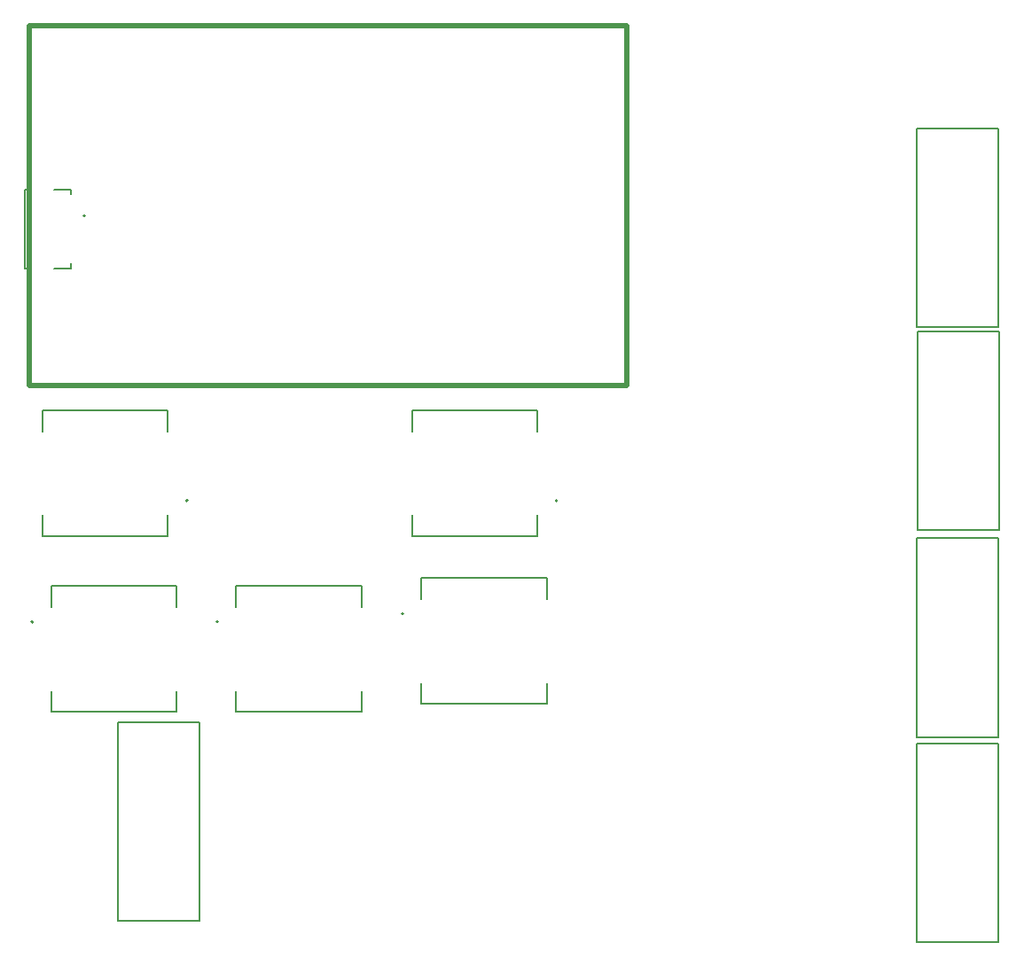
<source format=gbo>
G04*
G04 #@! TF.GenerationSoftware,Altium Limited,Altium Designer,21.9.2 (33)*
G04*
G04 Layer_Color=32896*
%FSTAX24Y24*%
%MOIN*%
G70*
G04*
G04 #@! TF.SameCoordinates,99FB27D3-1440-4BB7-B033-8997F9312AF3*
G04*
G04*
G04 #@! TF.FilePolarity,Positive*
G04*
G01*
G75*
%ADD12C,0.0079*%
%ADD14C,0.0050*%
%ADD15C,0.0200*%
D12*
X018059Y114885D02*
G03*
X018059Y114885I-000039J0D01*
G01*
X021911Y104174D02*
G03*
X021911Y104174I-000039J0D01*
G01*
X035808D02*
G03*
X035808Y104174I-000039J0D01*
G01*
X016101Y099616D02*
G03*
X016101Y099616I-000039J0D01*
G01*
X030028Y099918D02*
G03*
X030028Y099918I-000039J0D01*
G01*
X023049Y099616D02*
G03*
X023049Y099616I-000039J0D01*
G01*
D14*
X049325Y110696D02*
Y118177D01*
X052395Y110696D02*
Y118177D01*
X049325D02*
X052395D01*
X049325Y110696D02*
X052395D01*
X049334Y103064D02*
Y110545D01*
X052405Y103064D02*
Y110545D01*
X049334D02*
X052405D01*
X049334Y103064D02*
X052405D01*
X049314Y095284D02*
Y102765D01*
X052385Y095284D02*
Y102765D01*
X049314D02*
X052385D01*
X049314Y095284D02*
X052385D01*
X049314Y087561D02*
Y095042D01*
X052385Y087561D02*
Y095042D01*
X049314D02*
X052385D01*
X049314Y087561D02*
X052385D01*
X022336Y088359D02*
Y095839D01*
X019265Y088359D02*
Y095839D01*
Y088359D02*
X022336D01*
X019265Y095839D02*
X022336D01*
X017502Y115692D02*
Y115869D01*
Y112916D02*
Y113094D01*
X016872Y112916D02*
X017502D01*
X016872Y115869D02*
X017502D01*
X015789D02*
X015848D01*
X015789Y112916D02*
X015848D01*
X015789D02*
Y115869D01*
X016439Y106773D02*
Y10756D01*
X021163D01*
Y106773D02*
Y10756D01*
X016439Y102836D02*
Y103623D01*
Y102836D02*
X021163D01*
Y103623D01*
X030336Y106773D02*
Y10756D01*
X03506D01*
Y106773D02*
Y10756D01*
X030336Y102836D02*
Y103623D01*
Y102836D02*
X03506D01*
Y103623D01*
X021494Y09623D02*
Y097017D01*
X01677Y09623D02*
X021494D01*
X01677D02*
Y097017D01*
X021494Y100167D02*
Y100954D01*
X01677D02*
X021494D01*
X01677Y100167D02*
Y100954D01*
X035422Y096533D02*
Y09732D01*
X030697Y096533D02*
X035422D01*
X030697D02*
Y09732D01*
X035422Y10047D02*
Y101257D01*
X030697D02*
X035422D01*
X030697Y10047D02*
Y101257D01*
X028443Y09623D02*
Y097017D01*
X023718Y09623D02*
X028443D01*
X023718D02*
Y097017D01*
X028443Y100167D02*
Y100954D01*
X023718D02*
X028443D01*
X023718Y100167D02*
Y100954D01*
D15*
X01595Y12205D02*
X0384D01*
X01595Y1085D02*
Y12205D01*
Y1085D02*
X0384D01*
Y12205D01*
M02*

</source>
